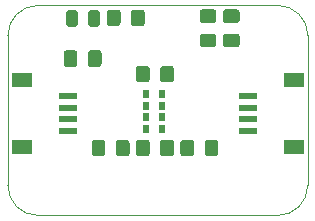
<source format=gbr>
%TF.GenerationSoftware,KiCad,Pcbnew,5.1.5+dfsg1-2~bpo10+1*%
%TF.CreationDate,Date%
%TF.ProjectId,Gesture Sensor,47657374-7572-4652-9053-656e736f722e,rev?*%
%TF.SameCoordinates,Original*%
%TF.FileFunction,Paste,Top*%
%TF.FilePolarity,Positive*%
%FSLAX45Y45*%
G04 Gerber Fmt 4.5, Leading zero omitted, Abs format (unit mm)*
G04 Created by KiCad*
%MOMM*%
%LPD*%
G04 APERTURE LIST*
%ADD10C,0.050000*%
%ADD11R,1.550000X0.600000*%
%ADD12R,1.800000X1.200000*%
%ADD13C,0.150000*%
%ADD14R,0.600000X0.720000*%
G04 APERTURE END LIST*
D10*
X13335000Y-6350000D02*
G75*
G02X13081000Y-6096000I0J254000D01*
G01*
X15367000Y-4572000D02*
G75*
G02X15621000Y-4826000I0J-254000D01*
G01*
X15621000Y-6096000D02*
G75*
G02X15367000Y-6350000I-254000J0D01*
G01*
X13081000Y-4826000D02*
G75*
G02X13335000Y-4572000I254000J0D01*
G01*
X13335000Y-4572000D02*
X15367000Y-4572000D01*
X13081000Y-4826000D02*
X13081000Y-6096000D01*
X15621000Y-4826000D02*
X15621000Y-6096000D01*
X13335000Y-6350000D02*
X15367000Y-6350000D01*
D11*
X13589000Y-5636400D03*
X13589000Y-5536400D03*
X13589000Y-5436400D03*
X13589000Y-5336400D03*
D12*
X13201500Y-5206400D03*
X13201500Y-5766400D03*
D11*
X15113000Y-5336400D03*
X15113000Y-5436400D03*
X15113000Y-5536400D03*
X15113000Y-5636400D03*
D12*
X15500500Y-5766400D03*
X15500500Y-5206400D03*
D13*
G36*
X14012570Y-4606840D02*
G01*
X14014997Y-4607200D01*
X14017377Y-4607797D01*
X14019687Y-4608623D01*
X14021905Y-4609672D01*
X14024009Y-4610933D01*
X14025980Y-4612395D01*
X14027798Y-4614042D01*
X14029445Y-4615860D01*
X14030907Y-4617831D01*
X14032168Y-4619935D01*
X14033217Y-4622153D01*
X14034043Y-4624463D01*
X14034640Y-4626843D01*
X14035000Y-4629270D01*
X14035120Y-4631720D01*
X14035120Y-4721720D01*
X14035000Y-4724171D01*
X14034640Y-4726597D01*
X14034043Y-4728977D01*
X14033217Y-4731287D01*
X14032168Y-4733505D01*
X14030907Y-4735609D01*
X14029445Y-4737580D01*
X14027798Y-4739398D01*
X14025980Y-4741045D01*
X14024009Y-4742507D01*
X14021905Y-4743768D01*
X14019687Y-4744817D01*
X14017377Y-4745644D01*
X14014997Y-4746240D01*
X14012570Y-4746600D01*
X14010120Y-4746720D01*
X13945120Y-4746720D01*
X13942669Y-4746600D01*
X13940243Y-4746240D01*
X13937863Y-4745644D01*
X13935553Y-4744817D01*
X13933335Y-4743768D01*
X13931231Y-4742507D01*
X13929260Y-4741045D01*
X13927442Y-4739398D01*
X13925795Y-4737580D01*
X13924333Y-4735609D01*
X13923072Y-4733505D01*
X13922023Y-4731287D01*
X13921196Y-4728977D01*
X13920600Y-4726597D01*
X13920240Y-4724171D01*
X13920120Y-4721720D01*
X13920120Y-4631720D01*
X13920240Y-4629270D01*
X13920600Y-4626843D01*
X13921196Y-4624463D01*
X13922023Y-4622153D01*
X13923072Y-4619935D01*
X13924333Y-4617831D01*
X13925795Y-4615860D01*
X13927442Y-4614042D01*
X13929260Y-4612395D01*
X13931231Y-4610933D01*
X13933335Y-4609672D01*
X13935553Y-4608623D01*
X13937863Y-4607797D01*
X13940243Y-4607200D01*
X13942669Y-4606840D01*
X13945120Y-4606720D01*
X14010120Y-4606720D01*
X14012570Y-4606840D01*
G37*
G36*
X14217570Y-4606840D02*
G01*
X14219997Y-4607200D01*
X14222377Y-4607797D01*
X14224687Y-4608623D01*
X14226905Y-4609672D01*
X14229009Y-4610933D01*
X14230980Y-4612395D01*
X14232798Y-4614042D01*
X14234445Y-4615860D01*
X14235907Y-4617831D01*
X14237168Y-4619935D01*
X14238217Y-4622153D01*
X14239043Y-4624463D01*
X14239640Y-4626843D01*
X14240000Y-4629270D01*
X14240120Y-4631720D01*
X14240120Y-4721720D01*
X14240000Y-4724171D01*
X14239640Y-4726597D01*
X14239043Y-4728977D01*
X14238217Y-4731287D01*
X14237168Y-4733505D01*
X14235907Y-4735609D01*
X14234445Y-4737580D01*
X14232798Y-4739398D01*
X14230980Y-4741045D01*
X14229009Y-4742507D01*
X14226905Y-4743768D01*
X14224687Y-4744817D01*
X14222377Y-4745644D01*
X14219997Y-4746240D01*
X14217570Y-4746600D01*
X14215120Y-4746720D01*
X14150120Y-4746720D01*
X14147669Y-4746600D01*
X14145243Y-4746240D01*
X14142863Y-4745644D01*
X14140553Y-4744817D01*
X14138335Y-4743768D01*
X14136231Y-4742507D01*
X14134260Y-4741045D01*
X14132442Y-4739398D01*
X14130795Y-4737580D01*
X14129333Y-4735609D01*
X14128072Y-4733505D01*
X14127023Y-4731287D01*
X14126196Y-4728977D01*
X14125600Y-4726597D01*
X14125240Y-4724171D01*
X14125120Y-4721720D01*
X14125120Y-4631720D01*
X14125240Y-4629270D01*
X14125600Y-4626843D01*
X14126196Y-4624463D01*
X14127023Y-4622153D01*
X14128072Y-4619935D01*
X14129333Y-4617831D01*
X14130795Y-4615860D01*
X14132442Y-4614042D01*
X14134260Y-4612395D01*
X14136231Y-4610933D01*
X14138335Y-4609672D01*
X14140553Y-4608623D01*
X14142863Y-4607797D01*
X14145243Y-4607200D01*
X14147669Y-4606840D01*
X14150120Y-4606720D01*
X14215120Y-4606720D01*
X14217570Y-4606840D01*
G37*
G36*
X14839870Y-5708620D02*
G01*
X14842297Y-5708980D01*
X14844677Y-5709576D01*
X14846987Y-5710403D01*
X14849205Y-5711452D01*
X14851309Y-5712713D01*
X14853280Y-5714175D01*
X14855098Y-5715822D01*
X14856745Y-5717640D01*
X14858207Y-5719611D01*
X14859468Y-5721715D01*
X14860517Y-5723933D01*
X14861343Y-5726243D01*
X14861940Y-5728623D01*
X14862300Y-5731049D01*
X14862420Y-5733500D01*
X14862420Y-5823500D01*
X14862300Y-5825950D01*
X14861940Y-5828377D01*
X14861343Y-5830757D01*
X14860517Y-5833067D01*
X14859468Y-5835285D01*
X14858207Y-5837389D01*
X14856745Y-5839360D01*
X14855098Y-5841178D01*
X14853280Y-5842825D01*
X14851309Y-5844287D01*
X14849205Y-5845548D01*
X14846987Y-5846597D01*
X14844677Y-5847423D01*
X14842297Y-5848020D01*
X14839870Y-5848380D01*
X14837420Y-5848500D01*
X14772420Y-5848500D01*
X14769969Y-5848380D01*
X14767543Y-5848020D01*
X14765163Y-5847423D01*
X14762853Y-5846597D01*
X14760635Y-5845548D01*
X14758531Y-5844287D01*
X14756560Y-5842825D01*
X14754742Y-5841178D01*
X14753095Y-5839360D01*
X14751633Y-5837389D01*
X14750372Y-5835285D01*
X14749323Y-5833067D01*
X14748496Y-5830757D01*
X14747900Y-5828377D01*
X14747540Y-5825950D01*
X14747420Y-5823500D01*
X14747420Y-5733500D01*
X14747540Y-5731049D01*
X14747900Y-5728623D01*
X14748496Y-5726243D01*
X14749323Y-5723933D01*
X14750372Y-5721715D01*
X14751633Y-5719611D01*
X14753095Y-5717640D01*
X14754742Y-5715822D01*
X14756560Y-5714175D01*
X14758531Y-5712713D01*
X14760635Y-5711452D01*
X14762853Y-5710403D01*
X14765163Y-5709576D01*
X14767543Y-5708980D01*
X14769969Y-5708620D01*
X14772420Y-5708500D01*
X14837420Y-5708500D01*
X14839870Y-5708620D01*
G37*
G36*
X14634870Y-5708620D02*
G01*
X14637297Y-5708980D01*
X14639677Y-5709576D01*
X14641987Y-5710403D01*
X14644205Y-5711452D01*
X14646309Y-5712713D01*
X14648280Y-5714175D01*
X14650098Y-5715822D01*
X14651745Y-5717640D01*
X14653207Y-5719611D01*
X14654468Y-5721715D01*
X14655517Y-5723933D01*
X14656343Y-5726243D01*
X14656940Y-5728623D01*
X14657300Y-5731049D01*
X14657420Y-5733500D01*
X14657420Y-5823500D01*
X14657300Y-5825950D01*
X14656940Y-5828377D01*
X14656343Y-5830757D01*
X14655517Y-5833067D01*
X14654468Y-5835285D01*
X14653207Y-5837389D01*
X14651745Y-5839360D01*
X14650098Y-5841178D01*
X14648280Y-5842825D01*
X14646309Y-5844287D01*
X14644205Y-5845548D01*
X14641987Y-5846597D01*
X14639677Y-5847423D01*
X14637297Y-5848020D01*
X14634870Y-5848380D01*
X14632420Y-5848500D01*
X14567420Y-5848500D01*
X14564969Y-5848380D01*
X14562543Y-5848020D01*
X14560163Y-5847423D01*
X14557853Y-5846597D01*
X14555635Y-5845548D01*
X14553531Y-5844287D01*
X14551560Y-5842825D01*
X14549742Y-5841178D01*
X14548095Y-5839360D01*
X14546633Y-5837389D01*
X14545372Y-5835285D01*
X14544323Y-5833067D01*
X14543496Y-5830757D01*
X14542900Y-5828377D01*
X14542540Y-5825950D01*
X14542420Y-5823500D01*
X14542420Y-5733500D01*
X14542540Y-5731049D01*
X14542900Y-5728623D01*
X14543496Y-5726243D01*
X14544323Y-5723933D01*
X14545372Y-5721715D01*
X14546633Y-5719611D01*
X14548095Y-5717640D01*
X14549742Y-5715822D01*
X14551560Y-5714175D01*
X14553531Y-5712713D01*
X14555635Y-5711452D01*
X14557853Y-5710403D01*
X14560163Y-5709576D01*
X14562543Y-5708980D01*
X14564969Y-5708620D01*
X14567420Y-5708500D01*
X14632420Y-5708500D01*
X14634870Y-5708620D01*
G37*
G36*
X15020750Y-4810160D02*
G01*
X15023177Y-4810520D01*
X15025557Y-4811117D01*
X15027867Y-4811943D01*
X15030085Y-4812992D01*
X15032189Y-4814253D01*
X15034160Y-4815715D01*
X15035978Y-4817362D01*
X15037625Y-4819180D01*
X15039087Y-4821151D01*
X15040348Y-4823255D01*
X15041397Y-4825473D01*
X15042223Y-4827783D01*
X15042820Y-4830163D01*
X15043180Y-4832590D01*
X15043300Y-4835040D01*
X15043300Y-4900040D01*
X15043180Y-4902491D01*
X15042820Y-4904917D01*
X15042223Y-4907297D01*
X15041397Y-4909607D01*
X15040348Y-4911825D01*
X15039087Y-4913929D01*
X15037625Y-4915900D01*
X15035978Y-4917718D01*
X15034160Y-4919365D01*
X15032189Y-4920827D01*
X15030085Y-4922088D01*
X15027867Y-4923137D01*
X15025557Y-4923964D01*
X15023177Y-4924560D01*
X15020750Y-4924920D01*
X15018300Y-4925040D01*
X14928300Y-4925040D01*
X14925849Y-4924920D01*
X14923423Y-4924560D01*
X14921043Y-4923964D01*
X14918733Y-4923137D01*
X14916515Y-4922088D01*
X14914411Y-4920827D01*
X14912440Y-4919365D01*
X14910622Y-4917718D01*
X14908975Y-4915900D01*
X14907513Y-4913929D01*
X14906252Y-4911825D01*
X14905203Y-4909607D01*
X14904376Y-4907297D01*
X14903780Y-4904917D01*
X14903420Y-4902491D01*
X14903300Y-4900040D01*
X14903300Y-4835040D01*
X14903420Y-4832590D01*
X14903780Y-4830163D01*
X14904376Y-4827783D01*
X14905203Y-4825473D01*
X14906252Y-4823255D01*
X14907513Y-4821151D01*
X14908975Y-4819180D01*
X14910622Y-4817362D01*
X14912440Y-4815715D01*
X14914411Y-4814253D01*
X14916515Y-4812992D01*
X14918733Y-4811943D01*
X14921043Y-4811117D01*
X14923423Y-4810520D01*
X14925849Y-4810160D01*
X14928300Y-4810040D01*
X15018300Y-4810040D01*
X15020750Y-4810160D01*
G37*
G36*
X15020750Y-4605160D02*
G01*
X15023177Y-4605520D01*
X15025557Y-4606117D01*
X15027867Y-4606943D01*
X15030085Y-4607992D01*
X15032189Y-4609253D01*
X15034160Y-4610715D01*
X15035978Y-4612362D01*
X15037625Y-4614180D01*
X15039087Y-4616151D01*
X15040348Y-4618255D01*
X15041397Y-4620473D01*
X15042223Y-4622783D01*
X15042820Y-4625163D01*
X15043180Y-4627590D01*
X15043300Y-4630040D01*
X15043300Y-4695040D01*
X15043180Y-4697491D01*
X15042820Y-4699917D01*
X15042223Y-4702297D01*
X15041397Y-4704607D01*
X15040348Y-4706825D01*
X15039087Y-4708929D01*
X15037625Y-4710900D01*
X15035978Y-4712718D01*
X15034160Y-4714365D01*
X15032189Y-4715827D01*
X15030085Y-4717088D01*
X15027867Y-4718137D01*
X15025557Y-4718964D01*
X15023177Y-4719560D01*
X15020750Y-4719920D01*
X15018300Y-4720040D01*
X14928300Y-4720040D01*
X14925849Y-4719920D01*
X14923423Y-4719560D01*
X14921043Y-4718964D01*
X14918733Y-4718137D01*
X14916515Y-4717088D01*
X14914411Y-4715827D01*
X14912440Y-4714365D01*
X14910622Y-4712718D01*
X14908975Y-4710900D01*
X14907513Y-4708929D01*
X14906252Y-4706825D01*
X14905203Y-4704607D01*
X14904376Y-4702297D01*
X14903780Y-4699917D01*
X14903420Y-4697491D01*
X14903300Y-4695040D01*
X14903300Y-4630040D01*
X14903420Y-4627590D01*
X14903780Y-4625163D01*
X14904376Y-4622783D01*
X14905203Y-4620473D01*
X14906252Y-4618255D01*
X14907513Y-4616151D01*
X14908975Y-4614180D01*
X14910622Y-4612362D01*
X14912440Y-4610715D01*
X14914411Y-4609253D01*
X14916515Y-4607992D01*
X14918733Y-4606943D01*
X14921043Y-4606117D01*
X14923423Y-4605520D01*
X14925849Y-4605160D01*
X14928300Y-4605040D01*
X15018300Y-4605040D01*
X15020750Y-4605160D01*
G37*
G36*
X14822630Y-4810160D02*
G01*
X14825057Y-4810520D01*
X14827437Y-4811117D01*
X14829747Y-4811943D01*
X14831965Y-4812992D01*
X14834069Y-4814253D01*
X14836040Y-4815715D01*
X14837858Y-4817362D01*
X14839505Y-4819180D01*
X14840967Y-4821151D01*
X14842228Y-4823255D01*
X14843277Y-4825473D01*
X14844103Y-4827783D01*
X14844700Y-4830163D01*
X14845060Y-4832590D01*
X14845180Y-4835040D01*
X14845180Y-4900040D01*
X14845060Y-4902491D01*
X14844700Y-4904917D01*
X14844103Y-4907297D01*
X14843277Y-4909607D01*
X14842228Y-4911825D01*
X14840967Y-4913929D01*
X14839505Y-4915900D01*
X14837858Y-4917718D01*
X14836040Y-4919365D01*
X14834069Y-4920827D01*
X14831965Y-4922088D01*
X14829747Y-4923137D01*
X14827437Y-4923964D01*
X14825057Y-4924560D01*
X14822630Y-4924920D01*
X14820180Y-4925040D01*
X14730180Y-4925040D01*
X14727729Y-4924920D01*
X14725303Y-4924560D01*
X14722923Y-4923964D01*
X14720613Y-4923137D01*
X14718395Y-4922088D01*
X14716291Y-4920827D01*
X14714320Y-4919365D01*
X14712502Y-4917718D01*
X14710855Y-4915900D01*
X14709393Y-4913929D01*
X14708132Y-4911825D01*
X14707083Y-4909607D01*
X14706256Y-4907297D01*
X14705660Y-4904917D01*
X14705300Y-4902491D01*
X14705180Y-4900040D01*
X14705180Y-4835040D01*
X14705300Y-4832590D01*
X14705660Y-4830163D01*
X14706256Y-4827783D01*
X14707083Y-4825473D01*
X14708132Y-4823255D01*
X14709393Y-4821151D01*
X14710855Y-4819180D01*
X14712502Y-4817362D01*
X14714320Y-4815715D01*
X14716291Y-4814253D01*
X14718395Y-4812992D01*
X14720613Y-4811943D01*
X14722923Y-4811117D01*
X14725303Y-4810520D01*
X14727729Y-4810160D01*
X14730180Y-4810040D01*
X14820180Y-4810040D01*
X14822630Y-4810160D01*
G37*
G36*
X14822630Y-4605160D02*
G01*
X14825057Y-4605520D01*
X14827437Y-4606117D01*
X14829747Y-4606943D01*
X14831965Y-4607992D01*
X14834069Y-4609253D01*
X14836040Y-4610715D01*
X14837858Y-4612362D01*
X14839505Y-4614180D01*
X14840967Y-4616151D01*
X14842228Y-4618255D01*
X14843277Y-4620473D01*
X14844103Y-4622783D01*
X14844700Y-4625163D01*
X14845060Y-4627590D01*
X14845180Y-4630040D01*
X14845180Y-4695040D01*
X14845060Y-4697491D01*
X14844700Y-4699917D01*
X14844103Y-4702297D01*
X14843277Y-4704607D01*
X14842228Y-4706825D01*
X14840967Y-4708929D01*
X14839505Y-4710900D01*
X14837858Y-4712718D01*
X14836040Y-4714365D01*
X14834069Y-4715827D01*
X14831965Y-4717088D01*
X14829747Y-4718137D01*
X14827437Y-4718964D01*
X14825057Y-4719560D01*
X14822630Y-4719920D01*
X14820180Y-4720040D01*
X14730180Y-4720040D01*
X14727729Y-4719920D01*
X14725303Y-4719560D01*
X14722923Y-4718964D01*
X14720613Y-4718137D01*
X14718395Y-4717088D01*
X14716291Y-4715827D01*
X14714320Y-4714365D01*
X14712502Y-4712718D01*
X14710855Y-4710900D01*
X14709393Y-4708929D01*
X14708132Y-4706825D01*
X14707083Y-4704607D01*
X14706256Y-4702297D01*
X14705660Y-4699917D01*
X14705300Y-4697491D01*
X14705180Y-4695040D01*
X14705180Y-4630040D01*
X14705300Y-4627590D01*
X14705660Y-4625163D01*
X14706256Y-4622783D01*
X14707083Y-4620473D01*
X14708132Y-4618255D01*
X14709393Y-4616151D01*
X14710855Y-4614180D01*
X14712502Y-4612362D01*
X14714320Y-4610715D01*
X14716291Y-4609253D01*
X14718395Y-4607992D01*
X14720613Y-4606943D01*
X14722923Y-4606117D01*
X14725303Y-4605520D01*
X14727729Y-4605160D01*
X14730180Y-4605040D01*
X14820180Y-4605040D01*
X14822630Y-4605160D01*
G37*
G36*
X14088770Y-5708620D02*
G01*
X14091197Y-5708980D01*
X14093577Y-5709576D01*
X14095887Y-5710403D01*
X14098105Y-5711452D01*
X14100209Y-5712713D01*
X14102180Y-5714175D01*
X14103998Y-5715822D01*
X14105645Y-5717640D01*
X14107107Y-5719611D01*
X14108368Y-5721715D01*
X14109417Y-5723933D01*
X14110243Y-5726243D01*
X14110840Y-5728623D01*
X14111200Y-5731049D01*
X14111320Y-5733500D01*
X14111320Y-5823500D01*
X14111200Y-5825950D01*
X14110840Y-5828377D01*
X14110243Y-5830757D01*
X14109417Y-5833067D01*
X14108368Y-5835285D01*
X14107107Y-5837389D01*
X14105645Y-5839360D01*
X14103998Y-5841178D01*
X14102180Y-5842825D01*
X14100209Y-5844287D01*
X14098105Y-5845548D01*
X14095887Y-5846597D01*
X14093577Y-5847423D01*
X14091197Y-5848020D01*
X14088770Y-5848380D01*
X14086320Y-5848500D01*
X14021320Y-5848500D01*
X14018869Y-5848380D01*
X14016443Y-5848020D01*
X14014063Y-5847423D01*
X14011753Y-5846597D01*
X14009535Y-5845548D01*
X14007431Y-5844287D01*
X14005460Y-5842825D01*
X14003642Y-5841178D01*
X14001995Y-5839360D01*
X14000533Y-5837389D01*
X13999272Y-5835285D01*
X13998223Y-5833067D01*
X13997396Y-5830757D01*
X13996800Y-5828377D01*
X13996440Y-5825950D01*
X13996320Y-5823500D01*
X13996320Y-5733500D01*
X13996440Y-5731049D01*
X13996800Y-5728623D01*
X13997396Y-5726243D01*
X13998223Y-5723933D01*
X13999272Y-5721715D01*
X14000533Y-5719611D01*
X14001995Y-5717640D01*
X14003642Y-5715822D01*
X14005460Y-5714175D01*
X14007431Y-5712713D01*
X14009535Y-5711452D01*
X14011753Y-5710403D01*
X14014063Y-5709576D01*
X14016443Y-5708980D01*
X14018869Y-5708620D01*
X14021320Y-5708500D01*
X14086320Y-5708500D01*
X14088770Y-5708620D01*
G37*
G36*
X13883770Y-5708620D02*
G01*
X13886197Y-5708980D01*
X13888577Y-5709576D01*
X13890887Y-5710403D01*
X13893105Y-5711452D01*
X13895209Y-5712713D01*
X13897180Y-5714175D01*
X13898998Y-5715822D01*
X13900645Y-5717640D01*
X13902107Y-5719611D01*
X13903368Y-5721715D01*
X13904417Y-5723933D01*
X13905243Y-5726243D01*
X13905840Y-5728623D01*
X13906200Y-5731049D01*
X13906320Y-5733500D01*
X13906320Y-5823500D01*
X13906200Y-5825950D01*
X13905840Y-5828377D01*
X13905243Y-5830757D01*
X13904417Y-5833067D01*
X13903368Y-5835285D01*
X13902107Y-5837389D01*
X13900645Y-5839360D01*
X13898998Y-5841178D01*
X13897180Y-5842825D01*
X13895209Y-5844287D01*
X13893105Y-5845548D01*
X13890887Y-5846597D01*
X13888577Y-5847423D01*
X13886197Y-5848020D01*
X13883770Y-5848380D01*
X13881320Y-5848500D01*
X13816320Y-5848500D01*
X13813869Y-5848380D01*
X13811443Y-5848020D01*
X13809063Y-5847423D01*
X13806753Y-5846597D01*
X13804535Y-5845548D01*
X13802431Y-5844287D01*
X13800460Y-5842825D01*
X13798642Y-5841178D01*
X13796995Y-5839360D01*
X13795533Y-5837389D01*
X13794272Y-5835285D01*
X13793223Y-5833067D01*
X13792396Y-5830757D01*
X13791800Y-5828377D01*
X13791440Y-5825950D01*
X13791320Y-5823500D01*
X13791320Y-5733500D01*
X13791440Y-5731049D01*
X13791800Y-5728623D01*
X13792396Y-5726243D01*
X13793223Y-5723933D01*
X13794272Y-5721715D01*
X13795533Y-5719611D01*
X13796995Y-5717640D01*
X13798642Y-5715822D01*
X13800460Y-5714175D01*
X13802431Y-5712713D01*
X13804535Y-5711452D01*
X13806753Y-5710403D01*
X13809063Y-5709576D01*
X13811443Y-5708980D01*
X13813869Y-5708620D01*
X13816320Y-5708500D01*
X13881320Y-5708500D01*
X13883770Y-5708620D01*
G37*
G36*
X14258950Y-5708620D02*
G01*
X14261377Y-5708980D01*
X14263757Y-5709576D01*
X14266067Y-5710403D01*
X14268285Y-5711452D01*
X14270389Y-5712713D01*
X14272360Y-5714175D01*
X14274178Y-5715822D01*
X14275825Y-5717640D01*
X14277287Y-5719611D01*
X14278548Y-5721715D01*
X14279597Y-5723933D01*
X14280423Y-5726243D01*
X14281020Y-5728623D01*
X14281380Y-5731049D01*
X14281500Y-5733500D01*
X14281500Y-5823500D01*
X14281380Y-5825950D01*
X14281020Y-5828377D01*
X14280423Y-5830757D01*
X14279597Y-5833067D01*
X14278548Y-5835285D01*
X14277287Y-5837389D01*
X14275825Y-5839360D01*
X14274178Y-5841178D01*
X14272360Y-5842825D01*
X14270389Y-5844287D01*
X14268285Y-5845548D01*
X14266067Y-5846597D01*
X14263757Y-5847423D01*
X14261377Y-5848020D01*
X14258950Y-5848380D01*
X14256500Y-5848500D01*
X14191500Y-5848500D01*
X14189049Y-5848380D01*
X14186623Y-5848020D01*
X14184243Y-5847423D01*
X14181933Y-5846597D01*
X14179715Y-5845548D01*
X14177611Y-5844287D01*
X14175640Y-5842825D01*
X14173822Y-5841178D01*
X14172175Y-5839360D01*
X14170713Y-5837389D01*
X14169452Y-5835285D01*
X14168403Y-5833067D01*
X14167576Y-5830757D01*
X14166980Y-5828377D01*
X14166620Y-5825950D01*
X14166500Y-5823500D01*
X14166500Y-5733500D01*
X14166620Y-5731049D01*
X14166980Y-5728623D01*
X14167576Y-5726243D01*
X14168403Y-5723933D01*
X14169452Y-5721715D01*
X14170713Y-5719611D01*
X14172175Y-5717640D01*
X14173822Y-5715822D01*
X14175640Y-5714175D01*
X14177611Y-5712713D01*
X14179715Y-5711452D01*
X14181933Y-5710403D01*
X14184243Y-5709576D01*
X14186623Y-5708980D01*
X14189049Y-5708620D01*
X14191500Y-5708500D01*
X14256500Y-5708500D01*
X14258950Y-5708620D01*
G37*
G36*
X14463950Y-5708620D02*
G01*
X14466377Y-5708980D01*
X14468757Y-5709576D01*
X14471067Y-5710403D01*
X14473285Y-5711452D01*
X14475389Y-5712713D01*
X14477360Y-5714175D01*
X14479178Y-5715822D01*
X14480825Y-5717640D01*
X14482287Y-5719611D01*
X14483548Y-5721715D01*
X14484597Y-5723933D01*
X14485423Y-5726243D01*
X14486020Y-5728623D01*
X14486380Y-5731049D01*
X14486500Y-5733500D01*
X14486500Y-5823500D01*
X14486380Y-5825950D01*
X14486020Y-5828377D01*
X14485423Y-5830757D01*
X14484597Y-5833067D01*
X14483548Y-5835285D01*
X14482287Y-5837389D01*
X14480825Y-5839360D01*
X14479178Y-5841178D01*
X14477360Y-5842825D01*
X14475389Y-5844287D01*
X14473285Y-5845548D01*
X14471067Y-5846597D01*
X14468757Y-5847423D01*
X14466377Y-5848020D01*
X14463950Y-5848380D01*
X14461500Y-5848500D01*
X14396500Y-5848500D01*
X14394049Y-5848380D01*
X14391623Y-5848020D01*
X14389243Y-5847423D01*
X14386933Y-5846597D01*
X14384715Y-5845548D01*
X14382611Y-5844287D01*
X14380640Y-5842825D01*
X14378822Y-5841178D01*
X14377175Y-5839360D01*
X14375713Y-5837389D01*
X14374452Y-5835285D01*
X14373403Y-5833067D01*
X14372576Y-5830757D01*
X14371980Y-5828377D01*
X14371620Y-5825950D01*
X14371500Y-5823500D01*
X14371500Y-5733500D01*
X14371620Y-5731049D01*
X14371980Y-5728623D01*
X14372576Y-5726243D01*
X14373403Y-5723933D01*
X14374452Y-5721715D01*
X14375713Y-5719611D01*
X14377175Y-5717640D01*
X14378822Y-5715822D01*
X14380640Y-5714175D01*
X14382611Y-5712713D01*
X14384715Y-5711452D01*
X14386933Y-5710403D01*
X14389243Y-5709576D01*
X14391623Y-5708980D01*
X14394049Y-5708620D01*
X14396500Y-5708500D01*
X14461500Y-5708500D01*
X14463950Y-5708620D01*
G37*
G36*
X14258950Y-5083780D02*
G01*
X14261377Y-5084140D01*
X14263757Y-5084737D01*
X14266067Y-5085563D01*
X14268285Y-5086612D01*
X14270389Y-5087873D01*
X14272360Y-5089335D01*
X14274178Y-5090982D01*
X14275825Y-5092800D01*
X14277287Y-5094771D01*
X14278548Y-5096875D01*
X14279597Y-5099093D01*
X14280423Y-5101403D01*
X14281020Y-5103783D01*
X14281380Y-5106210D01*
X14281500Y-5108660D01*
X14281500Y-5198660D01*
X14281380Y-5201111D01*
X14281020Y-5203537D01*
X14280423Y-5205917D01*
X14279597Y-5208227D01*
X14278548Y-5210445D01*
X14277287Y-5212549D01*
X14275825Y-5214520D01*
X14274178Y-5216338D01*
X14272360Y-5217985D01*
X14270389Y-5219447D01*
X14268285Y-5220708D01*
X14266067Y-5221757D01*
X14263757Y-5222584D01*
X14261377Y-5223180D01*
X14258950Y-5223540D01*
X14256500Y-5223660D01*
X14191500Y-5223660D01*
X14189049Y-5223540D01*
X14186623Y-5223180D01*
X14184243Y-5222584D01*
X14181933Y-5221757D01*
X14179715Y-5220708D01*
X14177611Y-5219447D01*
X14175640Y-5217985D01*
X14173822Y-5216338D01*
X14172175Y-5214520D01*
X14170713Y-5212549D01*
X14169452Y-5210445D01*
X14168403Y-5208227D01*
X14167576Y-5205917D01*
X14166980Y-5203537D01*
X14166620Y-5201111D01*
X14166500Y-5198660D01*
X14166500Y-5108660D01*
X14166620Y-5106210D01*
X14166980Y-5103783D01*
X14167576Y-5101403D01*
X14168403Y-5099093D01*
X14169452Y-5096875D01*
X14170713Y-5094771D01*
X14172175Y-5092800D01*
X14173822Y-5090982D01*
X14175640Y-5089335D01*
X14177611Y-5087873D01*
X14179715Y-5086612D01*
X14181933Y-5085563D01*
X14184243Y-5084737D01*
X14186623Y-5084140D01*
X14189049Y-5083780D01*
X14191500Y-5083660D01*
X14256500Y-5083660D01*
X14258950Y-5083780D01*
G37*
G36*
X14463950Y-5083780D02*
G01*
X14466377Y-5084140D01*
X14468757Y-5084737D01*
X14471067Y-5085563D01*
X14473285Y-5086612D01*
X14475389Y-5087873D01*
X14477360Y-5089335D01*
X14479178Y-5090982D01*
X14480825Y-5092800D01*
X14482287Y-5094771D01*
X14483548Y-5096875D01*
X14484597Y-5099093D01*
X14485423Y-5101403D01*
X14486020Y-5103783D01*
X14486380Y-5106210D01*
X14486500Y-5108660D01*
X14486500Y-5198660D01*
X14486380Y-5201111D01*
X14486020Y-5203537D01*
X14485423Y-5205917D01*
X14484597Y-5208227D01*
X14483548Y-5210445D01*
X14482287Y-5212549D01*
X14480825Y-5214520D01*
X14479178Y-5216338D01*
X14477360Y-5217985D01*
X14475389Y-5219447D01*
X14473285Y-5220708D01*
X14471067Y-5221757D01*
X14468757Y-5222584D01*
X14466377Y-5223180D01*
X14463950Y-5223540D01*
X14461500Y-5223660D01*
X14396500Y-5223660D01*
X14394049Y-5223540D01*
X14391623Y-5223180D01*
X14389243Y-5222584D01*
X14386933Y-5221757D01*
X14384715Y-5220708D01*
X14382611Y-5219447D01*
X14380640Y-5217985D01*
X14378822Y-5216338D01*
X14377175Y-5214520D01*
X14375713Y-5212549D01*
X14374452Y-5210445D01*
X14373403Y-5208227D01*
X14372576Y-5205917D01*
X14371980Y-5203537D01*
X14371620Y-5201111D01*
X14371500Y-5198660D01*
X14371500Y-5108660D01*
X14371620Y-5106210D01*
X14371980Y-5103783D01*
X14372576Y-5101403D01*
X14373403Y-5099093D01*
X14374452Y-5096875D01*
X14375713Y-5094771D01*
X14377175Y-5092800D01*
X14378822Y-5090982D01*
X14380640Y-5089335D01*
X14382611Y-5087873D01*
X14384715Y-5086612D01*
X14386933Y-5085563D01*
X14389243Y-5084737D01*
X14391623Y-5084140D01*
X14394049Y-5083780D01*
X14396500Y-5083660D01*
X14461500Y-5083660D01*
X14463950Y-5083780D01*
G37*
G36*
X13646810Y-4951700D02*
G01*
X13649237Y-4952060D01*
X13651617Y-4952657D01*
X13653927Y-4953483D01*
X13656145Y-4954532D01*
X13658249Y-4955793D01*
X13660220Y-4957255D01*
X13662038Y-4958902D01*
X13663685Y-4960720D01*
X13665147Y-4962691D01*
X13666408Y-4964795D01*
X13667457Y-4967013D01*
X13668283Y-4969323D01*
X13668880Y-4971703D01*
X13669240Y-4974130D01*
X13669360Y-4976580D01*
X13669360Y-5066580D01*
X13669240Y-5069031D01*
X13668880Y-5071457D01*
X13668283Y-5073837D01*
X13667457Y-5076147D01*
X13666408Y-5078365D01*
X13665147Y-5080469D01*
X13663685Y-5082440D01*
X13662038Y-5084258D01*
X13660220Y-5085905D01*
X13658249Y-5087367D01*
X13656145Y-5088628D01*
X13653927Y-5089677D01*
X13651617Y-5090504D01*
X13649237Y-5091100D01*
X13646810Y-5091460D01*
X13644360Y-5091580D01*
X13579360Y-5091580D01*
X13576909Y-5091460D01*
X13574483Y-5091100D01*
X13572103Y-5090504D01*
X13569793Y-5089677D01*
X13567575Y-5088628D01*
X13565471Y-5087367D01*
X13563500Y-5085905D01*
X13561682Y-5084258D01*
X13560035Y-5082440D01*
X13558573Y-5080469D01*
X13557312Y-5078365D01*
X13556263Y-5076147D01*
X13555436Y-5073837D01*
X13554840Y-5071457D01*
X13554480Y-5069031D01*
X13554360Y-5066580D01*
X13554360Y-4976580D01*
X13554480Y-4974130D01*
X13554840Y-4971703D01*
X13555436Y-4969323D01*
X13556263Y-4967013D01*
X13557312Y-4964795D01*
X13558573Y-4962691D01*
X13560035Y-4960720D01*
X13561682Y-4958902D01*
X13563500Y-4957255D01*
X13565471Y-4955793D01*
X13567575Y-4954532D01*
X13569793Y-4953483D01*
X13572103Y-4952657D01*
X13574483Y-4952060D01*
X13576909Y-4951700D01*
X13579360Y-4951580D01*
X13644360Y-4951580D01*
X13646810Y-4951700D01*
G37*
G36*
X13851810Y-4951700D02*
G01*
X13854237Y-4952060D01*
X13856617Y-4952657D01*
X13858927Y-4953483D01*
X13861145Y-4954532D01*
X13863249Y-4955793D01*
X13865220Y-4957255D01*
X13867038Y-4958902D01*
X13868685Y-4960720D01*
X13870147Y-4962691D01*
X13871408Y-4964795D01*
X13872457Y-4967013D01*
X13873283Y-4969323D01*
X13873880Y-4971703D01*
X13874240Y-4974130D01*
X13874360Y-4976580D01*
X13874360Y-5066580D01*
X13874240Y-5069031D01*
X13873880Y-5071457D01*
X13873283Y-5073837D01*
X13872457Y-5076147D01*
X13871408Y-5078365D01*
X13870147Y-5080469D01*
X13868685Y-5082440D01*
X13867038Y-5084258D01*
X13865220Y-5085905D01*
X13863249Y-5087367D01*
X13861145Y-5088628D01*
X13858927Y-5089677D01*
X13856617Y-5090504D01*
X13854237Y-5091100D01*
X13851810Y-5091460D01*
X13849360Y-5091580D01*
X13784360Y-5091580D01*
X13781909Y-5091460D01*
X13779483Y-5091100D01*
X13777103Y-5090504D01*
X13774793Y-5089677D01*
X13772575Y-5088628D01*
X13770471Y-5087367D01*
X13768500Y-5085905D01*
X13766682Y-5084258D01*
X13765035Y-5082440D01*
X13763573Y-5080469D01*
X13762312Y-5078365D01*
X13761263Y-5076147D01*
X13760436Y-5073837D01*
X13759840Y-5071457D01*
X13759480Y-5069031D01*
X13759360Y-5066580D01*
X13759360Y-4976580D01*
X13759480Y-4974130D01*
X13759840Y-4971703D01*
X13760436Y-4969323D01*
X13761263Y-4967013D01*
X13762312Y-4964795D01*
X13763573Y-4962691D01*
X13765035Y-4960720D01*
X13766682Y-4958902D01*
X13768500Y-4957255D01*
X13770471Y-4955793D01*
X13772575Y-4954532D01*
X13774793Y-4953483D01*
X13777103Y-4952657D01*
X13779483Y-4952060D01*
X13781909Y-4951700D01*
X13784360Y-4951580D01*
X13849360Y-4951580D01*
X13851810Y-4951700D01*
G37*
G36*
X13839054Y-4611337D02*
G01*
X13841420Y-4611688D01*
X13843741Y-4612270D01*
X13845993Y-4613075D01*
X13848155Y-4614098D01*
X13850207Y-4615328D01*
X13852128Y-4616753D01*
X13853901Y-4618359D01*
X13855507Y-4620132D01*
X13856932Y-4622053D01*
X13858162Y-4624105D01*
X13859185Y-4626267D01*
X13859990Y-4628519D01*
X13860572Y-4630840D01*
X13860923Y-4633206D01*
X13861040Y-4635595D01*
X13861040Y-4726845D01*
X13860923Y-4729234D01*
X13860572Y-4731600D01*
X13859990Y-4733921D01*
X13859185Y-4736173D01*
X13858162Y-4738335D01*
X13856932Y-4740387D01*
X13855507Y-4742308D01*
X13853901Y-4744081D01*
X13852128Y-4745687D01*
X13850207Y-4747112D01*
X13848155Y-4748342D01*
X13845993Y-4749365D01*
X13843741Y-4750170D01*
X13841420Y-4750752D01*
X13839054Y-4751103D01*
X13836665Y-4751220D01*
X13787915Y-4751220D01*
X13785526Y-4751103D01*
X13783160Y-4750752D01*
X13780839Y-4750170D01*
X13778587Y-4749365D01*
X13776425Y-4748342D01*
X13774373Y-4747112D01*
X13772452Y-4745687D01*
X13770679Y-4744081D01*
X13769073Y-4742308D01*
X13767648Y-4740387D01*
X13766418Y-4738335D01*
X13765395Y-4736173D01*
X13764590Y-4733921D01*
X13764008Y-4731600D01*
X13763657Y-4729234D01*
X13763540Y-4726845D01*
X13763540Y-4635595D01*
X13763657Y-4633206D01*
X13764008Y-4630840D01*
X13764590Y-4628519D01*
X13765395Y-4626267D01*
X13766418Y-4624105D01*
X13767648Y-4622053D01*
X13769073Y-4620132D01*
X13770679Y-4618359D01*
X13772452Y-4616753D01*
X13774373Y-4615328D01*
X13776425Y-4614098D01*
X13778587Y-4613075D01*
X13780839Y-4612270D01*
X13783160Y-4611688D01*
X13785526Y-4611337D01*
X13787915Y-4611220D01*
X13836665Y-4611220D01*
X13839054Y-4611337D01*
G37*
G36*
X13651554Y-4611337D02*
G01*
X13653920Y-4611688D01*
X13656241Y-4612270D01*
X13658493Y-4613075D01*
X13660655Y-4614098D01*
X13662707Y-4615328D01*
X13664628Y-4616753D01*
X13666401Y-4618359D01*
X13668007Y-4620132D01*
X13669432Y-4622053D01*
X13670662Y-4624105D01*
X13671685Y-4626267D01*
X13672490Y-4628519D01*
X13673072Y-4630840D01*
X13673423Y-4633206D01*
X13673540Y-4635595D01*
X13673540Y-4726845D01*
X13673423Y-4729234D01*
X13673072Y-4731600D01*
X13672490Y-4733921D01*
X13671685Y-4736173D01*
X13670662Y-4738335D01*
X13669432Y-4740387D01*
X13668007Y-4742308D01*
X13666401Y-4744081D01*
X13664628Y-4745687D01*
X13662707Y-4747112D01*
X13660655Y-4748342D01*
X13658493Y-4749365D01*
X13656241Y-4750170D01*
X13653920Y-4750752D01*
X13651554Y-4751103D01*
X13649165Y-4751220D01*
X13600415Y-4751220D01*
X13598026Y-4751103D01*
X13595660Y-4750752D01*
X13593339Y-4750170D01*
X13591087Y-4749365D01*
X13588925Y-4748342D01*
X13586873Y-4747112D01*
X13584952Y-4745687D01*
X13583179Y-4744081D01*
X13581573Y-4742308D01*
X13580148Y-4740387D01*
X13578918Y-4738335D01*
X13577895Y-4736173D01*
X13577090Y-4733921D01*
X13576508Y-4731600D01*
X13576157Y-4729234D01*
X13576040Y-4726845D01*
X13576040Y-4635595D01*
X13576157Y-4633206D01*
X13576508Y-4630840D01*
X13577090Y-4628519D01*
X13577895Y-4626267D01*
X13578918Y-4624105D01*
X13580148Y-4622053D01*
X13581573Y-4620132D01*
X13583179Y-4618359D01*
X13584952Y-4616753D01*
X13586873Y-4615328D01*
X13588925Y-4614098D01*
X13591087Y-4613075D01*
X13593339Y-4612270D01*
X13595660Y-4611688D01*
X13598026Y-4611337D01*
X13600415Y-4611220D01*
X13649165Y-4611220D01*
X13651554Y-4611337D01*
G37*
D14*
X14387980Y-5614120D03*
X14387980Y-5517120D03*
X14387980Y-5420120D03*
X14387980Y-5323120D03*
X14247980Y-5323120D03*
X14247980Y-5420120D03*
X14247980Y-5517120D03*
X14247980Y-5614120D03*
M02*

</source>
